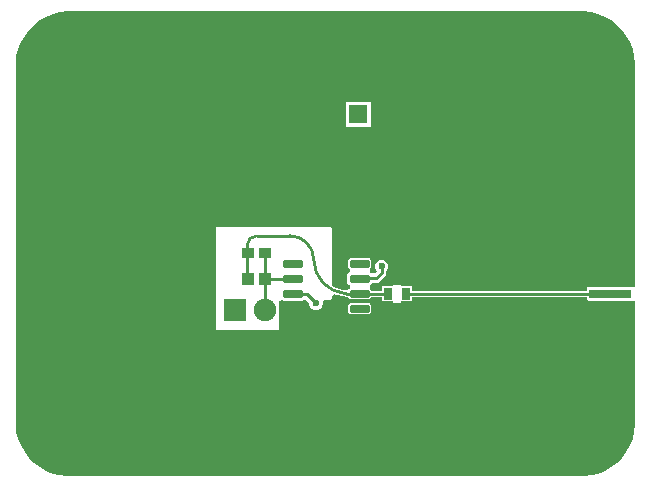
<source format=gbr>
G04*
G04 #@! TF.GenerationSoftware,Altium Limited,Altium Designer,24.4.1 (13)*
G04*
G04 Layer_Physical_Order=1*
G04 Layer_Color=255*
%FSLAX25Y25*%
%MOIN*%
G70*
G04*
G04 #@! TF.SameCoordinates,D49A6A7F-BD6C-421B-9F91-F44A7ED913D7*
G04*
G04*
G04 #@! TF.FilePolarity,Positive*
G04*
G01*
G75*
%ADD13C,0.01000*%
%ADD14R,0.14173X0.03150*%
%ADD15R,0.14961X0.03150*%
%ADD16R,0.04153X0.03961*%
%ADD17R,0.03963X0.03773*%
G04:AMPARAMS|DCode=18|XSize=25.59mil|YSize=64.96mil|CornerRadius=1.92mil|HoleSize=0mil|Usage=FLASHONLY|Rotation=90.000|XOffset=0mil|YOffset=0mil|HoleType=Round|Shape=RoundedRectangle|*
%AMROUNDEDRECTD18*
21,1,0.02559,0.06112,0,0,90.0*
21,1,0.02175,0.06496,0,0,90.0*
1,1,0.00384,0.03056,0.01088*
1,1,0.00384,0.03056,-0.01088*
1,1,0.00384,-0.03056,-0.01088*
1,1,0.00384,-0.03056,0.01088*
%
%ADD18ROUNDEDRECTD18*%
%ADD19R,0.03150X0.03937*%
%ADD31C,0.02362*%
%ADD33C,0.00990*%
%ADD34C,0.07480*%
%ADD35R,0.07480X0.07480*%
%ADD36C,0.06299*%
%ADD37R,0.06299X0.06299*%
%ADD38C,0.23622*%
G36*
X173298Y136275D02*
X175638Y135648D01*
X177876Y134721D01*
X179974Y133510D01*
X181896Y132035D01*
X183609Y130322D01*
X185084Y128400D01*
X186296Y126302D01*
X187223Y124064D01*
X187850Y121723D01*
X188166Y119322D01*
Y118110D01*
Y44754D01*
X172520D01*
X172137Y44595D01*
X171978Y44213D01*
Y43440D01*
X113756D01*
Y44894D01*
X110143D01*
X109989Y45265D01*
X109606Y45423D01*
X107835D01*
X107452Y45265D01*
X107298Y44894D01*
X103701D01*
Y43436D01*
X100127D01*
X99957Y43681D01*
X99936Y43783D01*
X99783Y44012D01*
X99677Y44083D01*
X99570Y44237D01*
X99761Y45222D01*
X100144Y45478D01*
X100407Y45873D01*
X100431Y45994D01*
X101697D01*
X102282Y46111D01*
X102778Y46442D01*
X104625Y48289D01*
X104956Y48785D01*
X105073Y49370D01*
Y49941D01*
X105392Y50261D01*
X105724Y51062D01*
Y51930D01*
X105392Y52732D01*
X104779Y53345D01*
X103977Y53677D01*
X103110D01*
X102308Y53345D01*
X101694Y52732D01*
X101362Y51930D01*
Y51062D01*
X101694Y50261D01*
X101983Y49972D01*
X101260Y49250D01*
X100176Y49324D01*
X100144Y49372D01*
X99749Y49636D01*
X99575Y49670D01*
X99555Y50646D01*
X99564Y50692D01*
X99783Y50839D01*
X99936Y51068D01*
X99990Y51338D01*
Y53513D01*
X99936Y53783D01*
X99783Y54012D01*
X99554Y54165D01*
X99284Y54218D01*
X93172D01*
X92902Y54165D01*
X92673Y54012D01*
X92520Y53783D01*
X92467Y53513D01*
Y51338D01*
X92520Y51068D01*
X92673Y50839D01*
X92893Y50692D01*
X92901Y50646D01*
X92882Y49670D01*
X92707Y49636D01*
X92313Y49372D01*
X92049Y48978D01*
X91957Y48513D01*
Y46338D01*
X92049Y45873D01*
X92313Y45478D01*
X92707Y45215D01*
X92882Y45180D01*
X92901Y44204D01*
X92893Y44158D01*
X92673Y44012D01*
X92619Y43930D01*
X91846Y43509D01*
X91467Y43507D01*
X90846Y43556D01*
X89190Y43953D01*
X87616Y44605D01*
X86958Y45008D01*
Y64173D01*
X86800Y64556D01*
X86417Y64714D01*
X48819D01*
X48436Y64556D01*
X48278Y64173D01*
Y40945D01*
Y30709D01*
X48436Y30326D01*
X48819Y30167D01*
X68801D01*
X69183Y30326D01*
X69342Y30709D01*
Y39996D01*
X70342Y40296D01*
X70463Y40215D01*
X70928Y40122D01*
X77040D01*
X77505Y40215D01*
X77788Y40404D01*
X78418D01*
X79512Y39310D01*
Y38857D01*
X79844Y38056D01*
X80457Y37442D01*
X81259Y37110D01*
X82127D01*
X82928Y37442D01*
X83542Y38056D01*
X83874Y38857D01*
Y39725D01*
X84327Y40404D01*
X86417D01*
X86800Y40562D01*
X86958Y40945D01*
Y41770D01*
X87790Y42325D01*
X88557Y42007D01*
X90526Y41535D01*
X90995Y41498D01*
X90996Y41497D01*
X90997Y41498D01*
X91557Y41454D01*
X91658Y41427D01*
X92467Y41375D01*
Y41338D01*
X92520Y41068D01*
X92673Y40839D01*
X92902Y40686D01*
X93172Y40632D01*
X99284D01*
X99554Y40686D01*
X99783Y40839D01*
X99936Y41068D01*
X99990Y41338D01*
Y41407D01*
X103701D01*
Y39957D01*
X107295D01*
X107452Y39578D01*
X107835Y39419D01*
X109606D01*
X109989Y39578D01*
X110146Y39957D01*
X113756D01*
Y41411D01*
X171978D01*
Y40669D01*
X172137Y40287D01*
X172520Y40128D01*
X188166D01*
Y0D01*
Y-1211D01*
X187850Y-3613D01*
X187223Y-5953D01*
X186296Y-8191D01*
X185084Y-10289D01*
X183609Y-12211D01*
X181896Y-13924D01*
X179974Y-15399D01*
X177876Y-16611D01*
X175638Y-17538D01*
X173298Y-18165D01*
X170896Y-18481D01*
X169685D01*
X0Y-18481D01*
X-1211D01*
X-3613Y-18165D01*
X-5953Y-17538D01*
X-8191Y-16611D01*
X-10289Y-15399D01*
X-12211Y-13925D01*
X-13925Y-12212D01*
X-15399Y-10289D01*
X-16611Y-8191D01*
X-17538Y-5953D01*
X-18165Y-3613D01*
X-18481Y-1211D01*
Y0D01*
Y118110D01*
Y119322D01*
X-18165Y121723D01*
X-17538Y124064D01*
X-16611Y126302D01*
X-15399Y128400D01*
X-13925Y130322D01*
X-12212Y132035D01*
X-10289Y133510D01*
X-8191Y134721D01*
X-5953Y135648D01*
X-3613Y136275D01*
X-1211Y136591D01*
X170896D01*
X173298Y136275D01*
D02*
G37*
%LPC*%
G36*
X99919Y106406D02*
X91619D01*
Y98107D01*
X99919D01*
Y106406D01*
D02*
G37*
G36*
X99284Y39218D02*
X93172D01*
X92902Y39165D01*
X92673Y39012D01*
X92520Y38783D01*
X92467Y38513D01*
Y36338D01*
X92520Y36068D01*
X92673Y35839D01*
X92902Y35686D01*
X93172Y35632D01*
X99284D01*
X99554Y35686D01*
X99783Y35839D01*
X99936Y36068D01*
X99990Y36338D01*
Y38513D01*
X99936Y38783D01*
X99783Y39012D01*
X99554Y39165D01*
X99284Y39218D01*
D02*
G37*
%LPD*%
D13*
X101697Y47524D02*
X103543Y49370D01*
X96327Y47524D02*
X101697D01*
X103543Y49370D02*
Y51496D01*
X73984Y42425D02*
X74083Y42327D01*
X78658D02*
X81693Y39291D01*
X74083Y42327D02*
X78658D01*
X96228Y47425D02*
X96327Y47524D01*
X64728Y47425D02*
X73984D01*
X64728Y36925D02*
Y47425D01*
X64586D02*
X64728D01*
X64585D02*
X64586D01*
Y55925D01*
D14*
X179728Y42425D02*
D03*
D15*
Y31500D02*
D03*
Y53350D02*
D03*
D16*
X58872Y47425D02*
D03*
X64585D02*
D03*
D17*
X58871Y55925D02*
D03*
X64586D02*
D03*
D18*
X96228Y37425D02*
D03*
Y42425D02*
D03*
Y47425D02*
D03*
Y52425D02*
D03*
X73984Y37425D02*
D03*
Y42425D02*
D03*
Y47425D02*
D03*
Y52425D02*
D03*
D19*
X105776Y42425D02*
D03*
X111681D02*
D03*
D31*
X170606Y45170D02*
D03*
X81693Y39291D02*
D03*
X103543Y51496D02*
D03*
X130475Y15293D02*
D03*
X121459Y-10888D02*
D03*
X59333Y119230D02*
D03*
X26971Y127773D02*
D03*
X10081Y87222D02*
D03*
X-8659Y64387D02*
D03*
X9570Y56907D02*
D03*
X-903Y31671D02*
D03*
X100475Y7812D02*
D03*
X57837Y-7463D02*
D03*
X26459Y1120D02*
D03*
X180751Y88718D02*
D03*
X138861Y111946D02*
D03*
X144255Y53836D02*
D03*
X172522Y69860D02*
D03*
X140475Y73678D02*
D03*
X153507Y90923D02*
D03*
X105039Y123031D02*
D03*
X32083Y25854D02*
D03*
X36020D02*
D03*
X83697Y23295D02*
D03*
X79760D02*
D03*
X68797Y19953D02*
D03*
X49938Y20229D02*
D03*
X44327Y33138D02*
D03*
X54169Y72508D02*
D03*
X44327Y42980D02*
D03*
Y52823D02*
D03*
Y62665D02*
D03*
Y72508D02*
D03*
X173622Y27559D02*
D03*
X177559D02*
D03*
X181496D02*
D03*
X185433D02*
D03*
Y57480D02*
D03*
X181496D02*
D03*
X177559D02*
D03*
X173622D02*
D03*
X68997Y68005D02*
D03*
X111123Y51469D02*
D03*
X117029Y68162D02*
D03*
X75297Y75091D02*
D03*
X117029Y64225D02*
D03*
X116635Y57768D02*
D03*
X112812Y38233D02*
D03*
X116932Y39666D02*
D03*
X121294D02*
D03*
X125656D02*
D03*
X130019D02*
D03*
X134381D02*
D03*
X138743D02*
D03*
X143105D02*
D03*
X147467D02*
D03*
X151830D02*
D03*
X156192D02*
D03*
X160554D02*
D03*
X164916D02*
D03*
X169278D02*
D03*
X166266Y45185D02*
D03*
X161904D02*
D03*
X157542D02*
D03*
X153180D02*
D03*
X148818D02*
D03*
X144455D02*
D03*
X140093D02*
D03*
X135731D02*
D03*
X131369D02*
D03*
X127006D02*
D03*
X122644D02*
D03*
X118282D02*
D03*
X114107Y46448D02*
D03*
D33*
X90996Y42512D02*
G03*
X91722Y42439I1547J11763D01*
G01*
X84030Y46012D02*
G03*
X90996Y42512I8514J8263D01*
G01*
X80949Y53733D02*
G03*
X72983Y61700I-7966J1D01*
G01*
X80949Y53733D02*
G03*
X84030Y46012I11242J10D01*
G01*
X61880Y61700D02*
G03*
X58752Y58572I0J-3128D01*
G01*
X93475Y42338D02*
X96228Y42425D01*
X93397Y42335D02*
X93475Y42338D01*
X93351Y42335D02*
X93397D01*
X91722Y42439D02*
X93351Y42335D01*
X58752Y54534D02*
X58871Y55925D01*
X58752Y57317D02*
X58871Y55925D01*
X96232Y42421D02*
X105772D01*
X58752Y48911D02*
X58868Y47421D01*
X61880Y61700D02*
X72983Y61700D01*
X58752Y48911D02*
Y54534D01*
Y57317D02*
Y58572D01*
X111681Y42425D02*
X179728D01*
D34*
X64728Y36925D02*
D03*
D35*
X54728D02*
D03*
D36*
X115454Y102257D02*
D03*
D37*
X95769D02*
D03*
D38*
X169685Y118110D02*
D03*
X0D02*
D03*
Y0D02*
D03*
X169685Y0D02*
D03*
M02*

</source>
